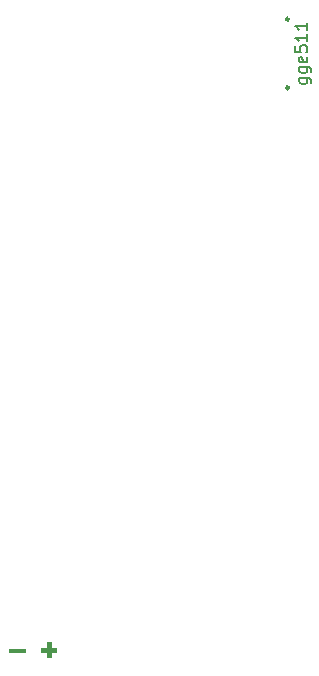
<source format=gbr>
%TF.GenerationSoftware,KiCad,Pcbnew,7.0.6*%
%TF.CreationDate,2023-09-04T20:16:31+02:00*%
%TF.ProjectId,LAS_V2,4c41535f-5632-42e6-9b69-6361645f7063,rev?*%
%TF.SameCoordinates,Original*%
%TF.FileFunction,Other,Comment*%
%FSLAX46Y46*%
G04 Gerber Fmt 4.6, Leading zero omitted, Abs format (unit mm)*
G04 Created by KiCad (PCBNEW 7.0.6) date 2023-09-04 20:16:31*
%MOMM*%
%LPD*%
G01*
G04 APERTURE LIST*
%ADD10C,0.150000*%
%ADD11C,0.250000*%
G04 APERTURE END LIST*
D10*
X199533402Y-83426488D02*
X200342926Y-83426488D01*
X200342926Y-83426488D02*
X200438164Y-83474107D01*
X200438164Y-83474107D02*
X200485783Y-83521726D01*
X200485783Y-83521726D02*
X200533402Y-83616964D01*
X200533402Y-83616964D02*
X200533402Y-83759821D01*
X200533402Y-83759821D02*
X200485783Y-83855059D01*
X200152450Y-83426488D02*
X200200069Y-83521726D01*
X200200069Y-83521726D02*
X200200069Y-83712202D01*
X200200069Y-83712202D02*
X200152450Y-83807440D01*
X200152450Y-83807440D02*
X200104830Y-83855059D01*
X200104830Y-83855059D02*
X200009592Y-83902678D01*
X200009592Y-83902678D02*
X199723878Y-83902678D01*
X199723878Y-83902678D02*
X199628640Y-83855059D01*
X199628640Y-83855059D02*
X199581021Y-83807440D01*
X199581021Y-83807440D02*
X199533402Y-83712202D01*
X199533402Y-83712202D02*
X199533402Y-83521726D01*
X199533402Y-83521726D02*
X199581021Y-83426488D01*
X199533402Y-82521726D02*
X200342926Y-82521726D01*
X200342926Y-82521726D02*
X200438164Y-82569345D01*
X200438164Y-82569345D02*
X200485783Y-82616964D01*
X200485783Y-82616964D02*
X200533402Y-82712202D01*
X200533402Y-82712202D02*
X200533402Y-82855059D01*
X200533402Y-82855059D02*
X200485783Y-82950297D01*
X200152450Y-82521726D02*
X200200069Y-82616964D01*
X200200069Y-82616964D02*
X200200069Y-82807440D01*
X200200069Y-82807440D02*
X200152450Y-82902678D01*
X200152450Y-82902678D02*
X200104830Y-82950297D01*
X200104830Y-82950297D02*
X200009592Y-82997916D01*
X200009592Y-82997916D02*
X199723878Y-82997916D01*
X199723878Y-82997916D02*
X199628640Y-82950297D01*
X199628640Y-82950297D02*
X199581021Y-82902678D01*
X199581021Y-82902678D02*
X199533402Y-82807440D01*
X199533402Y-82807440D02*
X199533402Y-82616964D01*
X199533402Y-82616964D02*
X199581021Y-82521726D01*
X200152450Y-81664583D02*
X200200069Y-81759821D01*
X200200069Y-81759821D02*
X200200069Y-81950297D01*
X200200069Y-81950297D02*
X200152450Y-82045535D01*
X200152450Y-82045535D02*
X200057211Y-82093154D01*
X200057211Y-82093154D02*
X199676259Y-82093154D01*
X199676259Y-82093154D02*
X199581021Y-82045535D01*
X199581021Y-82045535D02*
X199533402Y-81950297D01*
X199533402Y-81950297D02*
X199533402Y-81759821D01*
X199533402Y-81759821D02*
X199581021Y-81664583D01*
X199581021Y-81664583D02*
X199676259Y-81616964D01*
X199676259Y-81616964D02*
X199771497Y-81616964D01*
X199771497Y-81616964D02*
X199866735Y-82093154D01*
X199200069Y-80712202D02*
X199200069Y-81188392D01*
X199200069Y-81188392D02*
X199676259Y-81236011D01*
X199676259Y-81236011D02*
X199628640Y-81188392D01*
X199628640Y-81188392D02*
X199581021Y-81093154D01*
X199581021Y-81093154D02*
X199581021Y-80855059D01*
X199581021Y-80855059D02*
X199628640Y-80759821D01*
X199628640Y-80759821D02*
X199676259Y-80712202D01*
X199676259Y-80712202D02*
X199771497Y-80664583D01*
X199771497Y-80664583D02*
X200009592Y-80664583D01*
X200009592Y-80664583D02*
X200104830Y-80712202D01*
X200104830Y-80712202D02*
X200152450Y-80759821D01*
X200152450Y-80759821D02*
X200200069Y-80855059D01*
X200200069Y-80855059D02*
X200200069Y-81093154D01*
X200200069Y-81093154D02*
X200152450Y-81188392D01*
X200152450Y-81188392D02*
X200104830Y-81236011D01*
X200200069Y-79712202D02*
X200200069Y-80283630D01*
X200200069Y-79997916D02*
X199200069Y-79997916D01*
X199200069Y-79997916D02*
X199342926Y-80093154D01*
X199342926Y-80093154D02*
X199438164Y-80188392D01*
X199438164Y-80188392D02*
X199485783Y-80283630D01*
X200200069Y-78759821D02*
X200200069Y-79331249D01*
X200200069Y-79045535D02*
X199200069Y-79045535D01*
X199200069Y-79045535D02*
X199342926Y-79140773D01*
X199342926Y-79140773D02*
X199438164Y-79236011D01*
X199438164Y-79236011D02*
X199485783Y-79331249D01*
D11*
%TO.C,J7*%
X198664250Y-84231250D02*
G75*
G03*
X198664250Y-84231250I-125000J0D01*
G01*
X198664250Y-78431250D02*
G75*
G03*
X198664250Y-78431250I-125000J0D01*
G01*
%TO.C,D8*%
G36*
X178553500Y-132560000D02*
G01*
X178172500Y-132560000D01*
X178172500Y-131163000D01*
X178553500Y-131163000D01*
X178553500Y-132560000D01*
G37*
G36*
X179050500Y-132064000D02*
G01*
X177653500Y-132064000D01*
X177653500Y-131683000D01*
X179050500Y-131683000D01*
X179050500Y-132064000D01*
G37*
G36*
X176358500Y-132126000D02*
G01*
X174961500Y-132126000D01*
X174961500Y-131745000D01*
X176358500Y-131745000D01*
X176358500Y-132126000D01*
G37*
%TD*%
M02*

</source>
